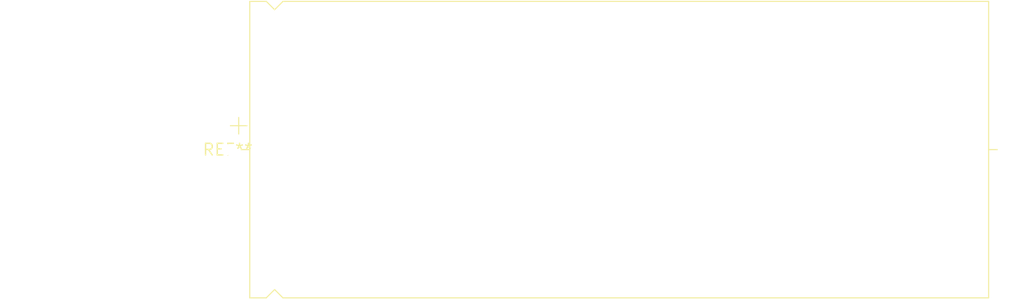
<source format=kicad_pcb>
(kicad_pcb (version 20240108) (generator pcbnew)
  (layers (0 "F.Cu" signal) (31 "B.Cu" signal) (34 "B.Paste" user) (35 "F.Paste" user) (36 "B.SilkS" user "B.Silkscreen") (37 "F.SilkS" user "F.Silkscreen") (38 "B.Mask" user) (39 "F.Mask" user) (44 "Edge.Cuts" user))
  (net 0 "")
  (footprint "CP_Axial_L80.0mm_D32.0mm_P85.00mm_Horizontal" (layer "F.Cu") (at 0 0)
    (property "Reference" "REF**")
    (property "Value" "CP_Axial_L80.0mm_D32.0mm_P85.00mm_Horizontal")
    (fp_line (start 0.28 -2.6) (end 2.08 -2.6) (layer "F.SilkS") (stroke (width 0.12)))
    (fp_line (start 1.18 -3.5) (end 1.18 -1.7) (layer "F.SilkS") (stroke (width 0.12)))
    (fp_line (start 1.44 0) (end 2.38 0) (layer "F.SilkS") (stroke (width 0.12)))
    (fp_line (start 2.38 -16.12) (end 2.38 16.12) (layer "F.SilkS") (stroke (width 0.12)))
    (fp_line (start 2.38 -16.12) (end 4.18 -16.12) (layer "F.SilkS") (stroke (width 0.12)))
    (fp_line (start 2.38 16.12) (end 4.18 16.12) (layer "F.SilkS") (stroke (width 0.12)))
    (fp_line (start 4.18 -16.12) (end 5.08 -15.22) (layer "F.SilkS") (stroke (width 0.12)))
    (fp_line (start 4.18 16.12) (end 5.08 15.22) (layer "F.SilkS") (stroke (width 0.12)))
    (fp_line (start 5.08 -15.22) (end 5.98 -16.12) (layer "F.SilkS") (stroke (width 0.12)))
    (fp_line (start 5.08 15.22) (end 5.98 16.12) (layer "F.SilkS") (stroke (width 0.12)))
    (fp_line (start 5.98 -16.12) (end 82.62 -16.12) (layer "F.SilkS") (stroke (width 0.12)))
    (fp_line (start 5.98 16.12) (end 82.62 16.12) (layer "F.SilkS") (stroke (width 0.12)))
    (fp_line (start 82.62 -16.12) (end 82.62 16.12) (layer "F.SilkS") (stroke (width 0.12)))
    (fp_line (start 83.56 0) (end 82.62 0) (layer "F.SilkS") (stroke (width 0.12)))
    (pad "1" thru_hole rect (at 0 0) (size 2.4 2.4) (drill 1.2) (layers *.Cu *.Mask) (remove_unused_layers))
    (pad "2" thru_hole oval (at 85 0) (size 2.4 2.4) (drill 1.2) (layers *.Cu *.Mask) (remove_unused_layers))
  )
)
</source>
